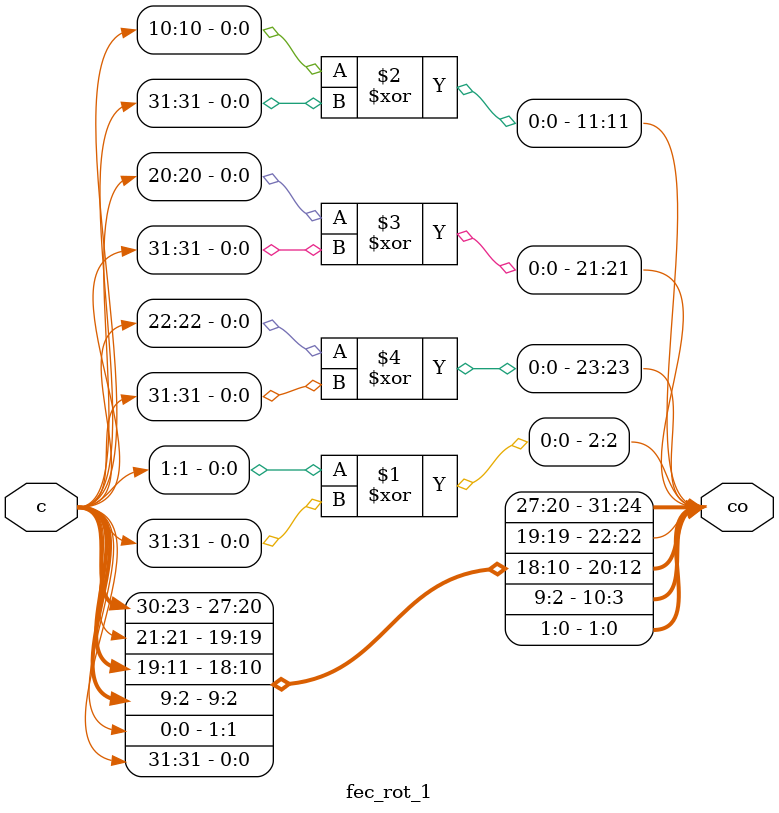
<source format=v>


module fec_rot_1 (
    input [31:0] c,
    output [31:0] co
);

assign co[0] =
    c[31];

assign co[1] =
    c[0];

assign co[2] =
    c[1] ^ c[31];

assign co[3] =
    c[2];

assign co[4] =
    c[3];

assign co[5] =
    c[4];

assign co[6] =
    c[5];

assign co[7] =
    c[6];

assign co[8] =
    c[7];

assign co[9] =
    c[8];

assign co[10] =
    c[9];

assign co[11] =
    c[10] ^ c[31];

assign co[12] =
    c[11];

assign co[13] =
    c[12];

assign co[14] =
    c[13];

assign co[15] =
    c[14];

assign co[16] =
    c[15];

assign co[17] =
    c[16];

assign co[18] =
    c[17];

assign co[19] =
    c[18];

assign co[20] =
    c[19];

assign co[21] =
    c[20] ^ c[31];

assign co[22] =
    c[21];

assign co[23] =
    c[22] ^ c[31];

assign co[24] =
    c[23];

assign co[25] =
    c[24];

assign co[26] =
    c[25];

assign co[27] =
    c[26];

assign co[28] =
    c[27];

assign co[29] =
    c[28];

assign co[30] =
    c[29];

assign co[31] =
    c[30];

endmodule



</source>
